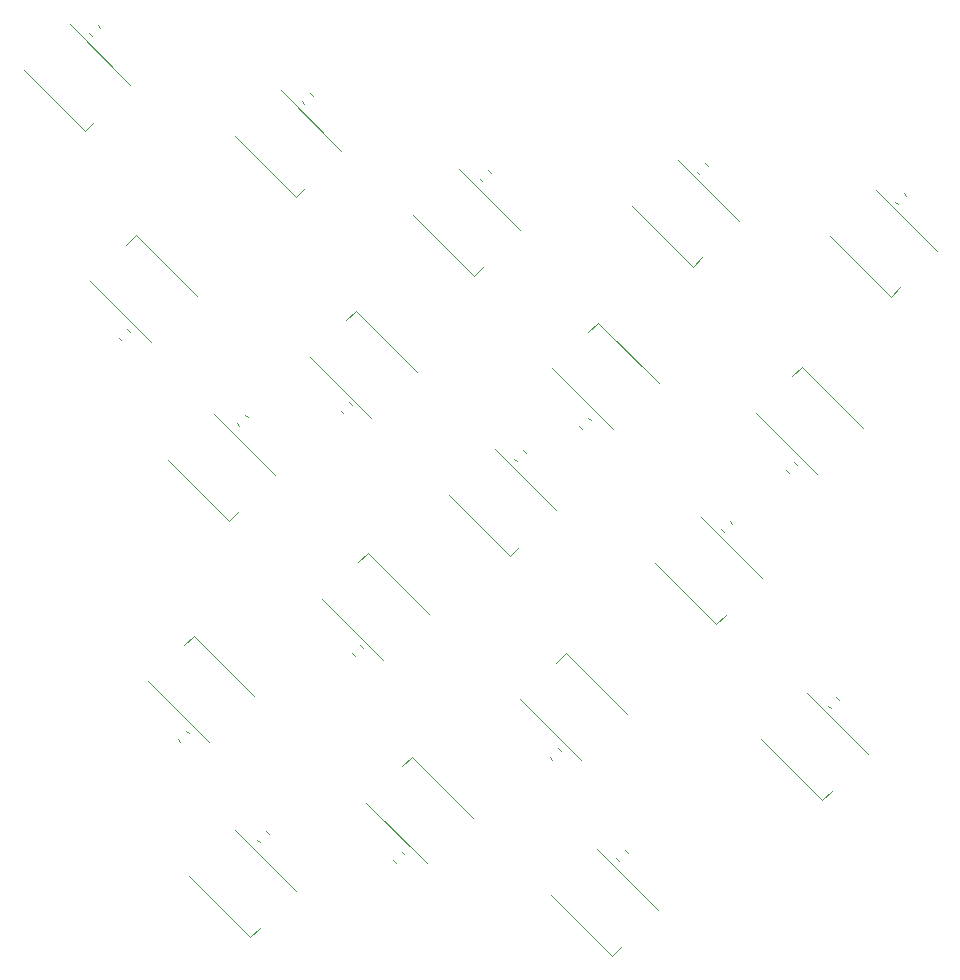
<source format=gto>
G04 #@! TF.GenerationSoftware,KiCad,Pcbnew,5.1.4+dfsg1-1*
G04 #@! TF.CreationDate,2019-11-20T14:25:38+01:00*
G04 #@! TF.ProjectId,LED-Polyhedron,4c45442d-506f-46c7-9968-6564726f6e2e,rev?*
G04 #@! TF.SameCoordinates,Original*
G04 #@! TF.FileFunction,Legend,Top*
G04 #@! TF.FilePolarity,Positive*
%FSLAX46Y46*%
G04 Gerber Fmt 4.6, Leading zero omitted, Abs format (unit mm)*
G04 Created by KiCad (PCBNEW 5.1.4+dfsg1-1) date 2019-11-20 14:25:38*
%MOMM*%
%LPD*%
G04 APERTURE LIST*
%ADD10C,0.120000*%
G04 APERTURE END LIST*
D10*
X55306396Y-84355483D02*
X56119569Y-83542311D01*
X50144517Y-79193604D02*
X55306396Y-84355483D01*
X54033604Y-75304517D02*
X59195483Y-80466396D01*
X55664273Y-76095522D02*
X55894478Y-76325727D01*
X56385522Y-75374273D02*
X56615727Y-75604478D01*
X25995522Y-73774273D02*
X26225727Y-74004478D01*
X25274273Y-74495522D02*
X25504478Y-74725727D01*
X73574273Y-63155522D02*
X73804478Y-63385727D01*
X74295522Y-62434273D02*
X74525727Y-62664478D01*
X37004478Y-76475727D02*
X36774273Y-76245522D01*
X37725727Y-75754478D02*
X37495522Y-75524273D01*
X71793604Y-62124517D02*
X76955483Y-67286396D01*
X67904517Y-66013604D02*
X73066396Y-71175483D01*
X73066396Y-71175483D02*
X73879569Y-70362311D01*
X24636396Y-82775483D02*
X25449569Y-81962311D01*
X19474517Y-77613604D02*
X24636396Y-82775483D01*
X23363604Y-73724517D02*
X28525483Y-78886396D01*
X39636396Y-76525483D02*
X34474517Y-71363604D01*
X43525483Y-72636396D02*
X38363604Y-67474517D01*
X38363604Y-67474517D02*
X37550431Y-68287689D01*
X63188722Y-17217473D02*
X63418927Y-17447678D01*
X62467473Y-17938722D02*
X62697678Y-18168927D01*
X34225727Y-58254478D02*
X33995522Y-58024273D01*
X33504478Y-58975727D02*
X33274273Y-58745522D01*
X18754478Y-66225727D02*
X18524273Y-65995522D01*
X19475727Y-65504478D02*
X19245522Y-65274273D01*
X23524273Y-39245522D02*
X23754478Y-39475727D01*
X24245522Y-38524273D02*
X24475727Y-38754478D01*
X47745522Y-41524273D02*
X47975727Y-41754478D01*
X47024273Y-42245522D02*
X47254478Y-42475727D01*
X64524273Y-48245522D02*
X64754478Y-48475727D01*
X65245522Y-47524273D02*
X65475727Y-47754478D01*
X70254478Y-43475727D02*
X70024273Y-43245522D01*
X70975727Y-42754478D02*
X70745522Y-42524273D01*
X53475727Y-39004478D02*
X53245522Y-38774273D01*
X52754478Y-39725727D02*
X52524273Y-39495522D01*
X32554478Y-38425727D02*
X32324273Y-38195522D01*
X33275727Y-37704478D02*
X33045522Y-37474273D01*
X14475727Y-31504478D02*
X14245522Y-31274273D01*
X13754478Y-32225727D02*
X13524273Y-31995522D01*
X11745522Y-5524273D02*
X11975727Y-5754478D01*
X11024273Y-6245522D02*
X11254478Y-6475727D01*
X29024273Y-11995522D02*
X29254478Y-12225727D01*
X29745522Y-11274273D02*
X29975727Y-11504478D01*
X44802322Y-17831073D02*
X45032527Y-18061278D01*
X44081073Y-18552322D02*
X44311278Y-18782527D01*
X50975727Y-67004478D02*
X50745522Y-66774273D01*
X50254478Y-67725727D02*
X50024273Y-67495522D01*
X79995522Y-19774273D02*
X80225727Y-20004478D01*
X79274273Y-20495522D02*
X79504478Y-20725727D01*
X21136396Y-66275483D02*
X15974517Y-61113604D01*
X25025483Y-62386396D02*
X19863604Y-57224517D01*
X19863604Y-57224517D02*
X19050431Y-58037689D01*
X22886396Y-47525483D02*
X23699569Y-46712311D01*
X17724517Y-42363604D02*
X22886396Y-47525483D01*
X21613604Y-38474517D02*
X26775483Y-43636396D01*
X45363604Y-41474517D02*
X50525483Y-46636396D01*
X41474517Y-45363604D02*
X46636396Y-50525483D01*
X46636396Y-50525483D02*
X47449569Y-49712311D01*
X64136396Y-56275483D02*
X64949569Y-55462311D01*
X58974517Y-51113604D02*
X64136396Y-56275483D01*
X62863604Y-47224517D02*
X68025483Y-52386396D01*
X72636396Y-43525483D02*
X67474517Y-38363604D01*
X76525483Y-39636396D02*
X71363604Y-34474517D01*
X71363604Y-34474517D02*
X70550431Y-35287689D01*
X54113604Y-30724517D02*
X53300431Y-31537689D01*
X59275483Y-35886396D02*
X54113604Y-30724517D01*
X55386396Y-39775483D02*
X50224517Y-34613604D01*
X34886396Y-38775483D02*
X29724517Y-33613604D01*
X38775483Y-34886396D02*
X33613604Y-29724517D01*
X33613604Y-29724517D02*
X32800431Y-30537689D01*
X14964604Y-23338317D02*
X14151431Y-24151489D01*
X20126483Y-28500196D02*
X14964604Y-23338317D01*
X16237396Y-32389283D02*
X11075517Y-27227404D01*
X9363604Y-5474517D02*
X14525483Y-10636396D01*
X5474517Y-9363604D02*
X10636396Y-14525483D01*
X10636396Y-14525483D02*
X11449569Y-13712311D01*
X28500196Y-20126483D02*
X29313369Y-19313311D01*
X23338317Y-14964604D02*
X28500196Y-20126483D01*
X27227404Y-11075517D02*
X32389283Y-16237396D01*
X42363604Y-17724517D02*
X47525483Y-22886396D01*
X38474517Y-21613604D02*
X43636396Y-26775483D01*
X43636396Y-26775483D02*
X44449569Y-25962311D01*
X62136396Y-26025483D02*
X62949569Y-25212311D01*
X56974517Y-20863604D02*
X62136396Y-26025483D01*
X60863604Y-16974517D02*
X66025483Y-22136396D01*
X77613604Y-19474517D02*
X82775483Y-24636396D01*
X73724517Y-23363604D02*
X78886396Y-28525483D01*
X78886396Y-28525483D02*
X79699569Y-27712311D01*
X51363604Y-58724517D02*
X50550431Y-59537689D01*
X56525483Y-63886396D02*
X51363604Y-58724517D01*
X52636396Y-67775483D02*
X47474517Y-62613604D01*
X35886396Y-59275483D02*
X30724517Y-54113604D01*
X39775483Y-55386396D02*
X34613604Y-50224517D01*
X34613604Y-50224517D02*
X33800431Y-51037689D01*
M02*

</source>
